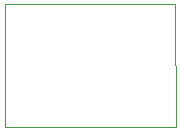
<source format=gbr>
%TF.GenerationSoftware,KiCad,Pcbnew,(5.1.6)-1*%
%TF.CreationDate,2022-11-21T20:17:56-08:00*%
%TF.ProjectId,MPXH61115AC6U Adapter Vertical,4d505848-3631-4313-9135-414336552041,rev?*%
%TF.SameCoordinates,Original*%
%TF.FileFunction,Profile,NP*%
%FSLAX46Y46*%
G04 Gerber Fmt 4.6, Leading zero omitted, Abs format (unit mm)*
G04 Created by KiCad (PCBNEW (5.1.6)-1) date 2022-11-21 20:17:56*
%MOMM*%
%LPD*%
G01*
G04 APERTURE LIST*
%TA.AperFunction,Profile*%
%ADD10C,0.050000*%
%TD*%
G04 APERTURE END LIST*
D10*
X144018000Y-86106000D02*
X144043400Y-96520000D01*
X129565400Y-96520000D02*
X144043400Y-96520000D01*
X129565400Y-86106000D02*
X144018000Y-86106000D01*
X129565400Y-96520000D02*
X129565400Y-86106000D01*
M02*

</source>
